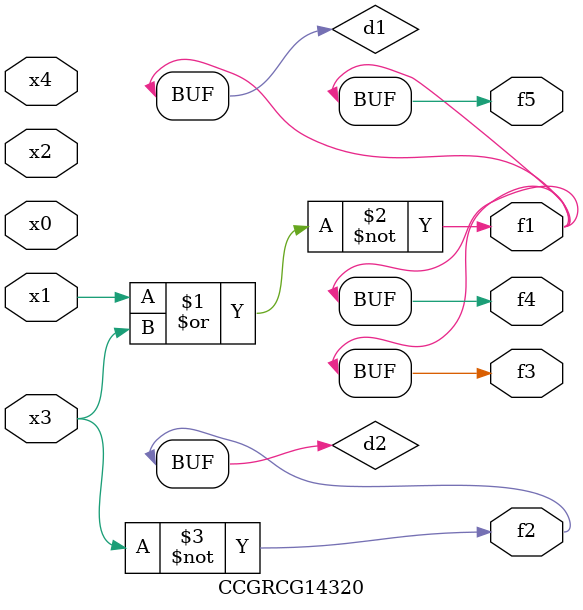
<source format=v>
module CCGRCG14320(
	input x0, x1, x2, x3, x4,
	output f1, f2, f3, f4, f5
);

	wire d1, d2;

	nor (d1, x1, x3);
	not (d2, x3);
	assign f1 = d1;
	assign f2 = d2;
	assign f3 = d1;
	assign f4 = d1;
	assign f5 = d1;
endmodule

</source>
